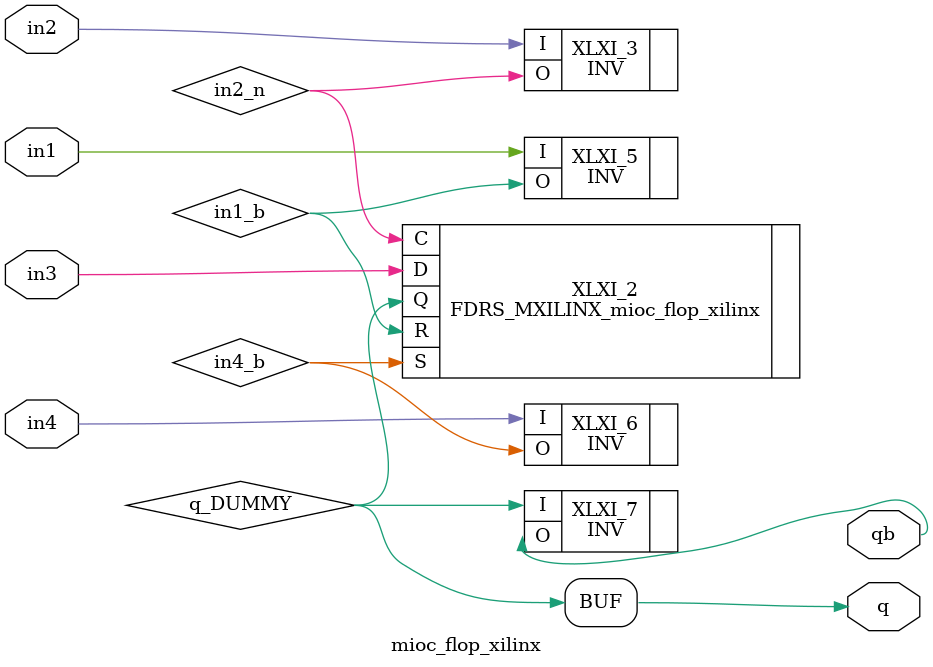
<source format=v>

module mioc_flop_xilinx(in1, 
                        in2, 
                        in3, 
                        in4, 
                        q, 
                        qb);

   input in1;
   input in2;
   input in3;
   input in4;

   output q;
   output qb;
   
   wire in1_b;
   wire in2_n;
   wire in4_b;
   wire q_DUMMY;
   
   assign q = q_DUMMY;
   (* HU_SET = "XLXI_2_1" *) 
   FDRS_MXILINX_mioc_flop_xilinx #( .INIT(1'b0) ) XLXI_2 (.C(in2_n), 
                                         .D(in3), 
                                         .R(in1_b), 
                                         .S(in4_b), 
                                         .Q(q_DUMMY));
   INV  XLXI_3 (.I(in2), 
               .O(in2_n));
   INV  XLXI_5 (.I(in1), 
               .O(in1_b));
   INV  XLXI_6 (.I(in4), 
               .O(in4_b));
   INV  XLXI_7 (.I(q_DUMMY), 
               .O(qb));

endmodule

</source>
